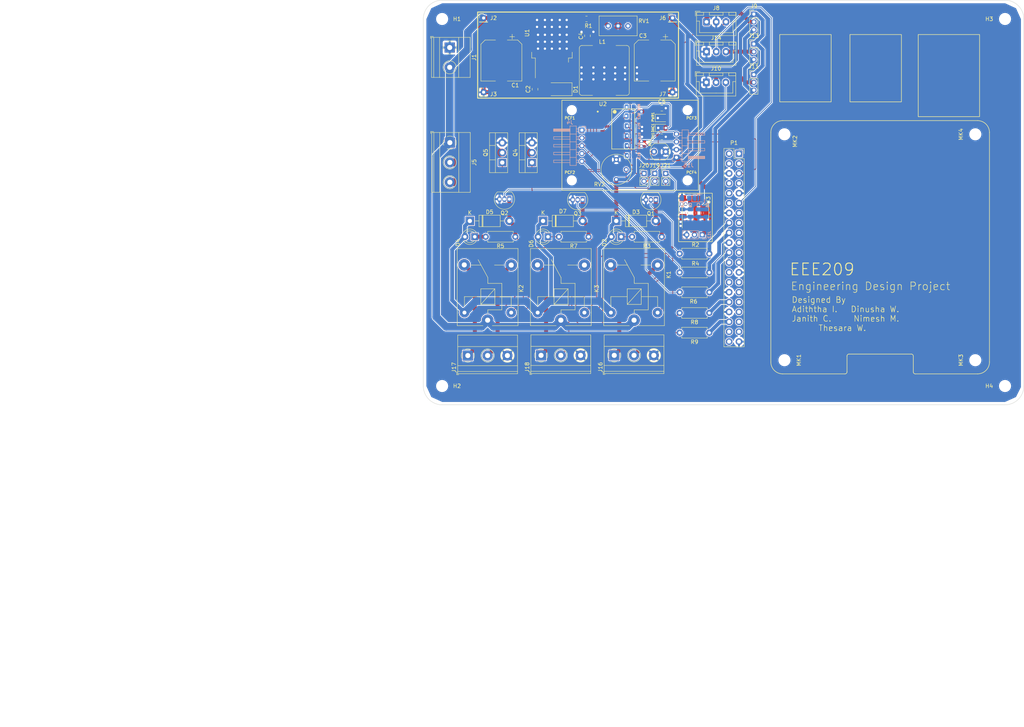
<source format=kicad_pcb>
(kicad_pcb (version 20211014) (generator pcbnew)
  (title_block (title "Green House Controller Raspberry Pi HAT") (date "15 nov 2012") (rev "v02") (company "Sri Lanka Technological Campus") (comment 1 "Designed by JC") (comment 3 "Engineering Design Project") (comment 4 "EEE209"))
  (layers (0 "F.Cu" signal) (31 "B.Cu" signal) (34 "B.Paste" user) (35 "F.Paste" user) (36 "B.SilkS" user "B.Silkscreen") (37 "F.SilkS" user "F.Silkscreen") (38 "B.Mask" user) (39 "F.Mask" user) (44 "Edge.Cuts" user))
  (net 0 "")
  (net 1 "+12V")
  (net 2 "+5V")
  (net 3 "GND")
  (net 4 "/ID_SD")
  (net 5 "/ID_SC")
  (net 6 "/GPIO5")
  (net 7 "/GPIO6")
  (net 8 "/GPIO26")
  (net 9 "/GPIO2(SDA1)")
  (net 10 "/GPIO3(SCL1)")
  (net 11 "/GPIO4(GCLK)")
  (net 12 "/GPIO14(TXD0)")
  (net 13 "/GPIO15(RXD0)")
  (net 14 "/GPIO17(GEN0)")
  (net 15 "/GPIO27(GEN2)")
  (net 16 "/GPIO22(GEN3)")
  (net 17 "/GPIO23(GEN4)")
  (net 18 "/GPIO24(GEN5)")
  (net 19 "/GPIO25(GEN6)")
  (net 20 "/GPIO18(GEN1)(PWM0)")
  (net 21 "/GPIO10(SPI0_MOSI)")
  (net 22 "/GPIO9(SPI0_MISO)")
  (net 23 "/GPIO11(SPI0_SCK)")
  (net 24 "/GPIO8(SPI0_CE_N)")
  (net 25 "/GPIO7(SPI1_CE_N)")
  (net 26 "/GPIO12(PWM0)")
  (net 27 "/GPIO13(PWM1)")
  (net 28 "/GPIO19(SPI1_MISO)")
  (net 29 "/GPIO16")
  (net 30 "/GPIO20(SPI1_MOSI)")
  (net 31 "/GPIO21(SPI1_SCK)")
  (net 32 "Net-(D1-Pad1)")
  (net 33 "+3.3VA")
  (net 34 "+5VA")
  (net 35 "Net-(R1-Pad1)")
  (net 37 "Net-(D2-Pad1)")
  (net 38 "Net-(D3-Pad2)")
  (net 39 "Net-(D4-Pad1)")
  (net 40 "Net-(D5-Pad2)")
  (net 41 "/5V-Relay/NC")
  (net 42 "/5V-Relay/NO")
  (net 43 "/5V-Relay1/NC")
  (net 44 "/5V-Relay1/NO")
  (net 45 "Net-(Q1-Pad2)")
  (net 46 "Net-(D6-Pad1)")
  (net 47 "Net-(Q2-Pad2)")
  (net 48 "Net-(D7-Pad2)")
  (net 49 "/LED Drive/RED_OUT")
  (net 50 "/LED Drive/BLUE_OUT")
  (net 51 "/5V-Relay2/NC")
  (net 52 "/5V-Relay2/NO")
  (net 53 "Net-(Q3-Pad2)")
  (net 54 "Net-(Q4-Pad1)")
  (net 55 "Net-(Q5-Pad1)")
  (net 56 "+3V3")
  (net 57 "/PCF8591_YL40/AOUT")
  (net 58 "/TEMT6000")
  (net 59 "/CSMS")
  (net 60 "/PCF8591_YL40/AIN2")
  (net 61 "/PCF8591_YL40/AIN3")
  (net 62 "Net-(J8-Pad1)")
  (net 63 "Net-(J10-Pad2)")
  (net 64 "Net-(J19-Pad2)")
  (net 65 "Net-(DAC1-Pad2)")
  (net 66 "Net-(PWR1-Pad2)")
  (net 67 "Net-(D8-Pad1)")
  (net 68 "Net-(J20-Pad2)")
  (net 69 "Net-(J13-Pad2)")
  (net 70 "Net-(J21-Pad2)")
  (footprint "MountingHole:MountingHole_2.7mm_M2.5" (layer "F.Cu") (at 225.9 180.172 -90)
    (fp_text reference "MK1")
    (fp_text value "M2.5")
  )
  (footprint "MountingHole:MountingHole_2.7mm_M2.5" (layer "F.Cu") (at 225.9 122.172 -90)
    (fp_text reference "MK2")
    (fp_text value "M2.5")
  )
  (footprint "MountingHole:MountingHole_2.7mm_M2.5" (layer "F.Cu") (at 274.9 180.172 90)
    (fp_text reference "MK3")
    (fp_text value "M2.5")
  )
  (footprint "MountingHole:MountingHole_2.7mm_M2.5" (layer "F.Cu") (at 274.9 122.172 90)
    (fp_text reference "MK4")
    (fp_text value "M2.5")
  )
  (footprint "LED_THT:LED_D3.0mm" (layer "F.Cu") (at 183.983 148.476 180)
    (fp_text reference "D2")
    (fp_text value "LED")
  )
  (footprint "Connector_JST:JST_XH_B3B-XH-A_1x03_P2.50mm_Vertical" (layer "F.Cu") (at 205.842 108.835)
    (fp_text reference "J10")
    (fp_text value "CSMS_V1.2")
  )
  (footprint "Capacitor_SMD:C_0805_2012Metric" (layer "F.Cu") (at 194.412 115.456)
    (fp_text reference "C5")
    (fp_text value "100nF")
  )
  (footprint "Connector_JST:JST_XH_B3B-XH-A_1x03_P2.50mm_Vertical" (layer "F.Cu") (at 205.882 93.309)
    (fp_text reference "J8")
    (fp_text value "TEMT6000")
  )
  (footprint "Resistor_THT:R_Axial_DIN0207_L6.3mm_D2.5mm_P7.62mm_Horizontal" (layer "F.Cu") (at 175.596 148.476 180)
    (fp_text reference "R7")
    (fp_text value "510")
  )
  (footprint "Resistor_THT:R_Axial_DIN0207_L6.3mm_D2.5mm_P7.62mm_Horizontal" (layer "F.Cu") (at 194.392 148.476 180)
    (fp_text reference "R3")
    (fp_text value "510")
  )
  (footprint "Diode_THT:D_DO-41_SOD81_P10.16mm_Horizontal" (layer "F.Cu") (at 163.912 144.412)
    (fp_text reference "D7")
    (fp_text value "1N4007")
  )
  (footprint "Connector_PinSocket_2.54mm:PinSocket_2x20_P2.54mm_Vertical" (layer "F.Cu") (at 214.224 127.14)
    (fp_text reference "P1")
    (fp_text value "Conn_02x20_Odd_Even")
  )
  (footprint "Connector_PinHeader_2.00mm:PinHeader_1x03_P2.00mm_Vertical" (layer "F.Cu") (at 218.034 106.835)
    (fp_text reference "J11")
    (fp_text value "Conn_01x03_Male")
  )
  (footprint "Potentiometer_THT:Potentiometer_Bourns_3339P_Vertical" (layer "F.Cu") (at 182.728 128.679 180)
    (fp_text reference "RV2")
    (fp_text value "1K")
  )
  (footprint "MountingHole:MountingHole_2.7mm_M2.5" (layer "F.Cu") (at 282.53 186.8)
    (fp_text reference "H4")
    (fp_text value "MountingHole")
  )
  (footprint "TerminalBlock_Phoenix:TerminalBlock_Phoenix_MKDS-1,5-3-5.08_1x03_P5.08mm_Horizontal" (layer "F.Cu") (at 139.985 124.311 -90)
    (fp_text reference "J5")
    (fp_text value "Screw_Terminal_01x03")
  )
  (footprint "MountingHole:MountingHole_2.2mm_M2" (layer "F.Cu") (at 171.298 115.964)
    (fp_text reference "PCF1")
    (fp_text value "M2.2")
  )
  (footprint "Connector_PinHeader_2.00mm:PinHeader_1x01_P2.00mm_Vertical" (layer "F.Cu") (at 197.166 92.31)
    (fp_text reference "J6")
    (fp_text value "+OUT")
  )
  (footprint "Package_TO_SOT_SMD:TO-263-5_TabPin3" (layer "F.Cu") (at 166.197 99.634 90)
    (fp_text reference "U1")
    (fp_text value "~")
  )
  (footprint "eec:NXP_Semiconductors-SOT162-1-02_2016-0-IPC_A" (layer "F.Cu") (at 184.506 120.79)
    (fp_text reference "U2")
    (fp_text value "PCF8591" hide)
  )
  (footprint "Package_TO_SOT_SMD:SOT-223-3_TabPin2" (layer "F.Cu") (at 203.048 142.126 90)
    (fp_text reference "U3")
    (fp_text value "AMS1117")
  )
  (footprint "Relay_THT:Relay_SPDT_SANYOU_SRD_Series_Form_C" (layer "F.Cu") (at 168.484 169.9 90)
    (fp_text reference "K3")
    (fp_text value "SANYOU_SRD_Form_C")
  )
  (footprint "TerminalBlock_Phoenix:TerminalBlock_Phoenix_MKDS-1,5-3-5.08_1x03_P5.08mm_Horizontal" (layer "F.Cu") (at 144.603 178.977)
    (fp_text reference "J17")
    (fp_text value "Screw_Terminal_01x03")
  )
  (footprint "Package_TO_SOT_THT:TO-92_Inline" (layer "F.Cu") (at 192.868 138.972 180)
    (fp_text reference "Q1")
    (fp_text value "BC547")
  )
  (footprint "Capacitor_SMD:C_0805_2012Metric" (layer "F.Cu") (at 161.86 110.598 -90)
    (fp_text reference "C2")
    (fp_text value "150nF")
  )
  (footprint "LED_THT:LED_D3.0mm" (layer "F.Cu") (at 165.187 148.476 180)
    (fp_text reference "D6")
    (fp_text value "LED")
  )
  (footprint "Connector_PinHeader_2.00mm:PinHeader_1x01_P2.00mm_Vertical" (layer "F.Cu") (at 197.166 111.36)
    (fp_text reference "J7")
    (fp_text value "-OUT")
  )
  (footprint "Package_TO_SOT_THT:TO-220-3_Vertical" (layer "F.Cu") (at 153.447 129.426 90)
    (fp_text reference "Q5")
    (fp_text value "TIP120")
  )
  (footprint "Relay_THT:Relay_SPDT_SANYOU_SRD_Series_Form_C" (layer "F.Cu") (at 149.688 169.9 90)
    (fp_text reference "K2")
    (fp_text value "SANYOU_SRD_Form_C")
  )
  (footprint "Resistor_SMD:R_0805_2012Metric" (layer "F.Cu") (at 194.412 122.822)
    (fp_text reference "TH1")
    (fp_text value "Thermistor_NTC")
  )
  (footprint "Connector_PinHeader_2.00mm:PinHeader_1x01_P2.00mm_Vertical" (layer "F.Cu") (at 148.652 111.36)
    (fp_text reference "J3")
    (fp_text value "-IN")
  )
  (footprint "MountingHole:MountingHole_2.2mm_M2" (layer "F.Cu") (at 201.016 133.998)
    (fp_text reference "PCF4")
    (fp_text value "M2.2")
  )
  (footprint "MountingHole:MountingHole_2.7mm_M2.5" (layer "F.Cu") (at 282.53 92.566)
    (fp_text reference "H3")
    (fp_text value "MountingHole")
  )
  (footprint "Potentiometer_THT:Potentiometer_Bourns_3296W_Vertical" (layer "F.Cu") (at 180.646 94.342 180)
    (fp_text reference "RV1")
    (fp_text value "10K")
  )
  (footprint "Connector_PinHeader_2.00mm:PinHeader_1x02_P2.00mm_Vertical" (layer "F.Cu") (at 195.414 132.236)
    (fp_text reference "J21")
    (fp_text value "Conn_01x02_Male")
  )
  (footprint "LED_SMD:LED_0805_2012Metric" (layer "F.Cu") (at 194.412 120.536)
    (fp_text reference "DAC1")
    (fp_text value "LED")
  )
  (footprint "Resistor_THT:R_Axial_DIN0207_L6.3mm_D2.5mm_P7.62mm_Horizontal" (layer "F.Cu") (at 156.8 148.476 180)
    (fp_text reference "R5")
    (fp_text value "510")
  )
  (footprint "Diode_THT:D_DO-41_SOD81_P10.16mm_Horizontal" (layer "F.Cu") (at 145.116 144.412)
    (fp_text reference "D5")
    (fp_text value "1N4007")
  )
  (footprint "Resistor_THT:R_Axial_DIN0207_L6.3mm_D2.5mm_P7.62mm_Horizontal" (layer "F.Cu") (at 206.604 152.824 180)
    (fp_text reference "R2")
    (fp_text value "1K")
  )
  (footprint "Diode_SMD:D_SMA" (layer "F.Cu") (at 167.956 110.598 180)
    (fp_text reference "D1")
    (fp_text value "B120-E3")
  )
  (footprint "Resistor_SMD:R_0805_2012Metric" (layer "F.Cu") (at 175.068 92.564 180)
    (fp_text reference "R1")
    (fp_text value "820")
  )
  (footprint "Connector_PinHeader_2.00mm:PinHeader_1x02_P2.00mm_Vertical" (layer "F.Cu") (at 189.84 132.236)
    (fp_text reference "J20")
    (fp_text value "Conn_01x02_Male")
  )
  (footprint "Inductor_SMD:L_Bourns_SRR1260" (layer "F.Cu") (at 179.64 105.772 90)
    (fp_text reference "L1")
    (fp_text value "47uH")
  )
  (footprint "Capacitor_SMD:CP_Elec_10x10" (layer "F.Cu") (at 153.224 103.232 -90)
    (fp_text reference "C1")
    (fp_text value "330uF")
  )
  (footprint "Package_TO_SOT_THT:TO-92_Inline" (layer "F.Cu") (at 155.276 138.824 180)
    (fp_text reference "Q2")
    (fp_text value "BC547")
  )
  (footprint "Package_TO_SOT_THT:TO-220-3_Vertical" (layer "F.Cu") (at 161.067 129.426 90)
    (fp_text reference "Q4")
    (fp_text value "TIP120")
  )
  (footprint "Connector_JST:JST_XH_B3B-XH-A_1x03_P2.50mm_Vertical" (layer "F.Cu") (at 205.882 100.961)
    (fp_text reference "J14")
    (fp_text value "DHT11")
  )
  (footprint "Package_TO_SOT_THT:TO-92_Inline" (layer "F.Cu") (at 174.072 138.972 180)
    (fp_text reference "Q3")
    (fp_text value "BC547")
  )
  (footprint "MountingHole:MountingHole_2.7mm_M2.5" (layer "F.Cu") (at 138.004 186.8)
    (fp_text reference "H2")
    (fp_text value "MountingHole")
  )
  (footprint "MountingHole:MountingHole_2.7mm_M2.5" (layer "F.Cu") (at 138.004 92.566)
    (fp_text reference "H1")
    (fp_text value "MountingHole")
  )
  (footprint "Resistor_THT:R_Axial_DIN0207_L6.3mm_D2.5mm_P7.62mm_Horizontal" (layer "F.Cu") (at 206.624 162.73 180)
    (fp_text reference "R6")
    (fp_text value "1K")
  )
  (footprint "Resistor_THT:R_Axial_DIN0207_L6.3mm_D2.5mm_P7.62mm_Horizontal" (layer "F.Cu") (at 206.604 157.65 180)
    (fp_text reference "R4")
    (fp_text value "1K")
  )
  (footprint "Diode_THT:D_DO-41_SOD81_P10.16mm_Horizontal" (layer "F.Cu") (at 182.708 144.412)
    (fp_text reference "D3")
    (fp_text value "1N4007")
  )
  (footprint "Relay_THT:Relay_SPDT_SANYOU_SRD_Series_Form_C" (layer "F.Cu") (at 187.28 169.9 90)
    (fp_text reference "K1")
    (fp_text value "SANYOU_SRD_Form_C")
  )
  (footprint "TerminalBlock_Phoenix:TerminalBlock_Phoenix_MKDS-1,5-3-5.08_1x03_P5.08mm_Horizontal" (layer "F.Cu") (at 182.195 178.926)
    (fp_text reference "J16")
    (fp_text value "Screw_Terminal_01x03")
  )
  (footprint "Capacitor_SMD:C_0805_2012Metric" (layer "F.Cu") (at 175.322 96.882 90)
    (fp_text reference "C4")
    (fp_text value "150nF")
  )
  (footprint "Capacitor_SMD:CP_Elec_10x10" (layer "F.Cu") (at 192.594 103.232 -90)
    (fp_text reference "C3")
    (fp_text value "330uF")
  )
  (footprint "Resistor_THT:R_Axial_DIN0207_L6.3mm_D2.5mm_P7.62mm_Horizontal" (layer "F.Cu") (at 206.604 168.034 180)
    (fp_text reference "R8")
    (fp_text value "510")
  )
  (footprint "MountingHole:MountingHole_2.2mm_M2" (layer "F.Cu") (at 171.298 133.998)
    (fp_text reference "PCF2")
    (fp_text value "M2.2")
  )
  (footprint "TerminalBlock_Phoenix:TerminalBlock_Phoenix_MKDS-1,5-3-5.08_1x03_P5.08mm_Horizontal" (layer "F.Cu") (at 163.399 178.926)
    (fp_text reference "J18")
    (fp_text value "Screw_Terminal_01x03")
  )
  (footprint "LED_SMD:LED_0805_2012Metric" (layer "F.Cu") (at 194.412 117.996)
    (fp_text reference "PWR1")
    (fp_text value "LED")
  )
  (footprint "LED_THT:LED_D3.0mm" (layer "F.Cu") (at 146.391 148.476 180)
    (fp_text reference "D4")
    (fp_text value "LED")
  )
  (footprint "Connector_PinHeader_2.00mm:PinHeader_1x03_P2.00mm_Vertical" (layer "F.Cu") (at 218.034 98.978)
    (fp_text reference "J13")
    (fp_text value "Conn_01x03_Male")
  )
  (footprint "MountingHole:MountingHole_2.2mm_M2" (layer "F.Cu") (at 201.016 115.964)
    (fp_text reference "PCF3")
    (fp_text value "M2.2")
  )
  (footprint "OptoDevice:R_LDR_5.0x4.1mm_P3mm_Vertical" (layer "F.Cu") (at 192.404 126.632)
    (fp_text reference "R11")
    (fp_text value "A9050")
  )
  (footprint "Resistor_THT:R_Axial_DIN0207_L6.3mm_D2.5mm_P7.62mm_Horizontal" (layer "F.Cu") (at 206.604 173.114 180)
    (fp_text reference "R9")
    (fp_text value "510")
  )
  (footprint "Connector_PinHeader_2.00mm:PinHeader_1x01_P2.00mm_Vertical" (layer "F.Cu") (at 148.652 92.31)
    (fp_text reference "J2")
    (fp_text value "+IN")
  )
  (footprint "Connector_PinHeader_2.00mm:PinHeader_1x03_P2.00mm_Vertical" (layer "F.Cu") (at 218.034 91.326)
    (fp_text reference "J9")
    (fp_text value "Conn_01x03_Male")
  )
  (footprint "TerminalBlock_Phoenix:TerminalBlock_Phoenix_MKDS-1,5-2-5.08_1x02_P5.08mm_Horizontal" (layer "F.Cu") (at 139.945 99.895 -90)
    (fp_text reference "J1")
    (fp_text value "12V PWR_IN")
  )
  (footprint "Connector_PinHeader_2.00mm:PinHeader_1x02_P2.00mm_Vertical" (layer "F.Cu") (at 192.62 132.236)
    (fp_text reference "J19")
    (fp_text value "Conn_01x02_Male")
  )
  (footprint "Connector_PinHeader_2.00mm:PinHeader_1x03_P2.00mm_Vertical" (layer "B.Cu") (at 204.794 147.968 90)
    (fp_text reference "J12")
    (fp_text value "Conn_01x03_Male")
  )
  (footprint "Resistor_SMD:R_0805_2012Metric" (layer "B.Cu") (at 186.284 125.108 180)
    (fp_text reference "R10")
    (fp_text value "1K")
  )
  (footprint "Resistor_SMD:R_0805_2012Metric" (layer "B.Cu") (at 186.284 120.028 180)
    (fp_text reference "R14")
    (fp_text value "1K")
  )
  (footprint "Resistor_SMD:R_0805_2012Metric" (layer "B.Cu") (at 186.284 115.202)
    (fp_text reference "R15")
    (fp_text value "1K")
  )
  (footprint "Connector_PinHeader_2.00mm:PinHeader_1x04_P2.00mm_Horizontal" (layer "B.Cu") (at 198.17 128.108)
    (fp_text reference "J15")
    (fp_text value "Conn_01x04_Male")
  )
  (footprint "Resistor_SMD:R_0805_2012Metric" (layer "B.Cu") (at 186.284 122.568 180)
    (fp_text reference "R16")
    (fp_text value "1K")
  )
  (footprint "Resistor_SMD:R_0805_2012Metric" (layer "B.Cu") (at 186.284 127.648 180)
    (fp_text reference "R13")
    (fp_text value "10K")
  )
  (footprint "Connector_PinHeader_2.00mm:PinHeader_1x05_P2.00mm_Horizontal" (layer "B.Cu") (at 173.89 121.108 180)
    (fp_text reference "J4")
    (fp_text value "Conn_01x05_Male")
  )
  (footprint "Capacitor_SMD:C_0805_2012Metric" (layer "B.Cu") (at 201.778 142.38 -90)
    (fp_text reference "C8")
    (fp_text value "150nF")
  )
  (footprint "Capacitor_SMD:C_0805_2012Metric" (layer "B.Cu") (at 203.81 142.38 -90)
    (fp_text reference "C7")
    (fp_text value "150nF")
  )
  (footprint "Capacitor_SMD:C_0805_2012Metric" (layer "B.Cu") (at 199.746 142.38 -90)
    (fp_text reference "C9")
    (fp_text value "150nF")
  )
  (footprint "Resistor_SMD:R_0805_2012Metric" (layer "B.Cu") (at 200.508 138.57 180)
    (fp_text reference "R17")
    (fp_text value "820")
  )
  (footprint "Resistor_SMD:R_0805_2012Metric" (layer "B.Cu") (at 186.284 117.488 180)
    (fp_text reference "R12")
    (fp_text value "10K")
  )
  (footprint "Capacitor_SMD:C_0805_2012Metric" (layer "B.Cu") (at 205.842 142.38 -90)
    (fp_text reference "C6")
    (fp_text value "150nF")
  )
  (footprint "LED_SMD:LED_0805_2012Metric" (layer "B.Cu") (at 203.81 138.57)
    (fp_text reference "D8")
    (fp_text value "LED")
  )
  (gr_rect (start 198.73 137.3) (end 207.366 149.746) (layer "F.SilkS") (width 0.15) (fill none))
  (gr_arc (start 278.534 180.636) (mid 277.641261 182.791261) (end 275.486 183.684) (layer "F.SilkS") (width 0.15))
  (gr_line (start 278.534 121.708) (end 278.534 180.636) (layer "F.SilkS") (width 0.15))
  (gr_arc (start 241.958 179.112) (mid 242.10679 178.75279) (end 242.466 178.604) (layer "F.SilkS") (width 0.15))
  (gr_arc (start 259.484 183.684) (mid 259.12479 183.53521) (end 258.976 183.176) (layer "F.SilkS") (width 0.15))
  (gr_line (start 258.976 183.176) (end 258.976 179.112) (layer "F.SilkS") (width 0.15))
  (gr_rect (start 168.758 113.424) (end 203.81 136.538) (layer "F.SilkS") (width 0.15) (fill none))
  (gr_arc (start 225.448 183.684) (mid 223.292739 182.791261) (end 222.4 180.636) (layer "F.SilkS") (width 0.15))
  (gr_rect (start 198.69 112.884) (end 147.128 90.786) (layer "F.SilkS") (width 0.254) (fill none))
  (gr_arc (start 275.486 118.66) (mid 277.641261 119.552739) (end 278.534 121.708) (layer "F.SilkS") (width 0.15))
  (gr_line (start 225.448 118.66) (end 275.486 118.66) (layer "F.SilkS") (width 0.15))
  (gr_rect (start 242.72 96.562) (end 255.928 113.834) (layer "F.SilkS") (width 0.15) (fill none))
  (gr_rect (start 260.246 96.562) (end 275.994 117.644) (layer "F.SilkS") (width 0.15) (fill none))
  (gr_arc (start 241.958 183.176) (mid 241.80921 183.53521) (end 241.45 183.684) (layer "F.SilkS") (width 0.15))
  (gr_line (start 241.958 183.176) (end 241.958 179.112) (layer "F.SilkS") (width 0.15))
  (gr_line (start 222.4 121.708) (end 222.4 180.636) (layer "F.SilkS") (width 0.15))
  (gr_line (start 225.448 183.684) (end 241.45 183.684) (layer "F.SilkS") (width 0.15))
  (gr_line (start 259.484 183.684) (end 275.486 183.684) (layer "F.SilkS") (width 0.15))
  (gr_arc (start 258.468 178.604) (mid 258.82721 178.75279) (end 258.976 179.112) (layer "F.SilkS") (width 0.15))
  (gr_rect (start 224.686 96.562) (end 237.894 113.834) (layer "F.SilkS") (width 0.15) (fill none))
  (gr_arc (start 222.4 121.708) (mid 223.292739 119.552739) (end 225.448 118.66) (layer "F.SilkS") (width 0.15))
  (gr_line (start 242.466 178.604) (end 258.468 178.604) (layer "F.SilkS") (width 0.15))
  (gr_line (start 287.356 92.566) (end 287.356 186.8) (layer "Edge.Cuts") (width 0.1))
  (gr_arc (start 282.53 87.74) (mid 285.942497 89.153503) (end 287.356 92.566) (layer "Edge.Cuts") (width 0.1))
  (gr_arc (start 138.004 191.626) (mid 134.591503 190.212497) (end 133.178 186.8) (layer "Edge.Cuts") (width 0.1))
  (gr_arc (start 133.178 92.566) (mid 134.591503 89.153503) (end 138.004 87.74) (layer "Edge.Cuts") (width 0.1))
  (gr_line (start 133.178 186.8) (end 133.178 92.566) (layer "Edge.Cuts") (width 0.1))
  (gr_line (start 138.004 87.74) (end 282.53 87.74) (layer "Edge.Cuts") (width 0.1))
  (gr_arc (start 287.356 186.8) (mid 285.942497 190.212497) (end 282.53 191.626) (layer "Edge.Cuts") (width 0.1))
  (gr_line (start 282.53 191.626) (end 138.004 191.626) (layer "Edge.Cuts") (width 0.1))
  (gr_text "Engineering Design Project" (at 248.006 161.176) (layer "F.SilkS") (effects (font (size 2 2))))
  (gr_text "Designed By\nAdiththa I.   Dinusha W.   \nJanith C.     Nimesh M.   \n      Thesara W.\n" (at 227.686 168.288) (layer "F.SilkS") (effects (font (size 1.5 1.5)) (justify left)))
  (gr_text "EEE209\n" (at 235.56 156.858) (layer "F.SilkS") (effects (font (size 3 3) (thickness 0.25))))
  (via (at 199.492 140.094) (size 0.9) (drill 0.6) (layers "F.Cu" "B.Cu") (net 0))
  (via (at 200.508 140.094) (size 0.9) (drill 0.6) (layers "F.Cu" "B.Cu") (net 0))
  (segment (start 136.5 169.05) (end 139.04 171.59) (width 2) (layer "B.Cu") (net 1))
  (segment (start 185.59 171.59) (end 187.28 169.9) (width 2) (layer "B.Cu") (net 1))
  (segment (start 139.945 104.975) (end 144.628 100.292) (width 2) (layer "B.Cu") (net 1))
  (segment (start 166.794 171.59) (end 168.484 169.9) (width 2) (layer "B.Cu") (net 1))
  (segment (start 168.484 169.9) (end 170.174 171.59) (width 2) (layer "B.Cu") (net 1))
  (segment (start 148.144 171.59) (end 149.688 170.046) (width 2) (layer "B.Cu") (net 1))
  (segment (start 139.04 171.59) (end 148.144 171.59) (width 2) (layer "B.Cu") (net 1))
  (segment (start 144.628 100.292) (end 144.628 95.898) (width 2) (layer "B.Cu") (net 1))
  (segment (start 139.945 124.271) (end 139.985 124.311) (width 2) (layer "B.Cu") (net 1))
  (segment (start 144.628 95.898) (end 148.216 92.31) (width 2) (layer "B.Cu") (net 1))
  (segment (start 139.985 124.311) (end 136.5 127.796) (width 2) (layer "B.Cu") (net 1))
  (segment (start 170.174 171.59) (end 185.59 171.59) (width 2) (layer "B.Cu") (net 1))
  (segment (start 136.5 127.796) (end 136.5 169.05) (width 2) (layer "B.Cu") (net 1))
  (segment (start 139.945 104.975) (end 139.945 124.271) (width 2) (layer "B.Cu") (net 1))
  (segment (start 149.688 169.9) (end 149.688 170.046) (width 0.2) (layer "B.Cu") (net 1))
  (segment (start 148.216 92.31) (end 148.652 92.31) (width 0.2) (layer "B.Cu") (net 1))
  (segment (start 149.688 170.046) (end 151.232 171.59) (width 2) (layer "B.Cu") (net 1))
  (segment (start 151.232 171.59) (end 166.794 171.59) (width 2) (layer "B.Cu") (net 1))
  (segment (start 204.794 147.968) (end 205.334 147.428) (width 1) (layer "F.Cu") (net 2))
  (segment (start 191.872 116.98) (end 191.237 116.345) (width 1) (layer "F.Cu") (net 2))
  (segment (start 206.35 136.538) (end 206.35 139.586) (width 1) (layer "F.Cu") (net 2))
  (segment (start 205.334 145.29) (end 205.348 145.276) (width 1) (layer "F.Cu") (net 2))
  (segment (start 198.17 128.108) (end 198.17 128.358) (width 1) (layer "F.Cu") (net 2))
  (segment (start 182.708 133.779) (end 182.728 133.759) (width 1) (layer "F.Cu") (net 2))
  (segment (start 193.462 115.456) (end 193.396 115.456) (width 0.2) (layer "F.Cu") (net 2))
  (segment (start 205.334 147.428) (end 205.334 145.29) (width 1) (layer "F.Cu") (net 2))
  (segment (start 193.396 115.456) (end 191.872 116.98) (width 1) (layer "F.Cu") (net 2))
  (segment (start 182.708 144.412) (end 182.708 133.779) (width 1) (layer "F.Cu") (net 2))
  (segment (start 198.17 128.358) (end 206.35 136.538) (width 1) (layer "F.Cu") (net 2))
  (segment (start 191.872 118.504) (end 191.872 116.98) (width 1) (layer "F.Cu") (net 2))
  (segment (start 191.237 116.345) (end 189.168932 116.345) (width 1) (layer "F.Cu") (net 2))
  (segment (start 189.168932 118.885) (end 191.491 118.885) (width 1) (layer "F.Cu") (net 2))
  (segment (start 191.491 118.885) (end 191.872 118.504) (width 1) (layer "F.Cu") (net 2))
  (via (at 206.35 139.586) (size 0.9) (drill 0.6) (layers "F.Cu" "B.Cu") (net 2))
  (via (at 189.168932 116.345) (size 0.9) (drill 0.6) (layers "F.Cu" "B.Cu") (net 2))
  (segment (start 197.106 129.172) (end 198.17 128.108) (width 1) (layer "B.Cu") (net 2))
  (segment (start 162.647 150.493) (end 165.964 153.81) (width 1) (layer "B.Cu") (net 2))
  (segment (start 187.3 131.966) (end 187.3 127.7515) (width 1) (layer "B.Cu") (net 2))
  (segment (start 204.318 120.167308) (end 204.318 112.662) (width 1) (layer "B.Cu") (net 2))
  (segment (start 145.116 144.412) (end 145.116 144.432) (width 0.2) (layer "B.Cu") (net 2))
  (segment (start 187.1965 122.568) (end 187.1965 120.028) (width 1) (layer "B.Cu") (net 2))
  (segment (start 187.1965 120.028) (end 187.1965 117.488) (width 1) (layer "B.Cu") (net 2))
  (segment (start 201.74048 122.744828) (end 204.318 120.167308) (width 1) (layer "B.Cu") (net 2))
  (segment (start 201.016 96.16) (end 197.166 92.31) (width 1) (layer "B.Cu") (net 2))
  (segment (start 140.564 151.763) (end 143.851 148.476) (width 1) (layer "B.Cu") (net 2))
  (segment (start 199.54 128.108) (end 201.74048 125.90752) (width 1) (layer "B.Cu") (net 2))
  (segment (start 159.57 164.986) (end 147.168 164.986) (width 2) (layer "B.Cu") (net 2))
  (segment (start 197.166 92.31) (end 203.302 98.446) (width 1) (layer "B.Cu") (net 2))
  (segment (start 146.406 165.748) (end 147.168 164.986) (width 0.2) (layer "B.Cu") (net 2))
  (segment (start 182.708 144.412) (end 181.458 145.662) (width 1) (layer "B.Cu") (net 2))
  (segment (start 162.647 148.476) (end 162.647 150.493) (width 1) (layer "B.Cu") (net 2))
  (segment (start 140.564 164.776) (end 140.564 151.763) (width 1) (layer "B.Cu") (net 2))
  (segment (start 162.647 145.697) (end 162.647 148.476) (width 1) (layer "B.Cu") (net 2))
  (segment (start 188.57 127.648) (end 190.094 129.172) (width 1) (layer "B.Cu") (net 2))
  (segment (start 146.702 164.986) (end 143.738 167.95) (width 2) (layer "B.Cu") (net 2))
  (segment (start 181.443 145.951) (end 181.443 148.476) (width 1) (layer "B.Cu") (net 2))
  (segment (start 220.32 104.549) (end 218.034 106.835) (width 1) (layer "B.Cu") (net 2))
  (segment (start 187.1965 127.648) (end 187.1965 125.108) (width 1) (layer "B.Cu") (net 2))
  (segment (start 218.034 91.326) (end 218.796 91.326) (width 1) (layer "B.Cu") (net 2))
  (segment (start 162.534 167.95) (end 164.736 165.748) (width 2) (layer "B.Cu") (net 2))
  (segment (start 218.828 98.978) (end 220.32 100.47) (width 1) (layer "B.Cu") (net 2))
  (segment (start 145.116 144.432) (end 143.851 145.697) (width 1) (layer "B.Cu") (net 2))
  (segment (start 181.443 148.476) (end 178.366 151.553) (width 1) (layer "B.Cu") (net 2))
  (segment (start 204.318 112.662) (end 200.889 109.233) (width 1) (layer "B.Cu") (net 2))
  (segment (start 165.964 153.81) (end 165.964 164.52) (width 1) (layer "B.Cu") (net 2))
  (segment (start 178.366 151.553) (end 178.366 164.986) (width 1) (layer "B.Cu") (net 2))
  (segment (start 187.1965 127.648) (end 188.57 127.648) (width 1) (layer "B.Cu") (net 2))
  (segment (start 218.034 98.978) (end 218.828 98.978) (width 1) (layer "B.Cu") (net 2))
  (segment (start 164.736 165.748) (end 165.498 164.986) (width 2) (layer "B.Cu") (net 2))
  (segment (start 203.81 141.43) (end 205.842 141.43) (width 1) (layer "B.Cu") (net 2))
  (segment (start 198.17 128.108) (end 199.54 128.108) (width 1) (layer "B.Cu") (net 2))
  (segment (start 201.016 109.106) (end 201.016 96.16) (width 1) (layer "B.Cu") (net 2))
  (segment (start 220.32 100.47) (end 220.32 104.549) (width 1) (layer "B.Cu") (net 2))
  (segment (start 220.32 96.692) (end 218.034 98.978) (width 1) (layer "B.Cu") (net 2))
  (segment (start 205.08 104.28) (end 212.192 104.28) (width 1) (layer "B.Cu") (net 2))
  (segment (start 189.168932 116.345) (end 188.697 116.345) (width 1) (layer "B.Cu") (net 2))
  (segment (start 178.366 164.986) (end 181.33 167.95) (width 2) (layer "B.Cu") (net 2))
  (segment (start 143.738 167.95) (end 140.564 164.776) (width 1) (layer "B.Cu") (net 2))
  (segment (start 188.697 116.345) (end 187.554 117.488) (width 1) (layer "B.Cu") (net 2))
  (segment (start 220.32 92.85) (end 220.32 96.692) (width 1) (layer "B.Cu") (net 2))
  (segment (start 190.094 129.172) (end 197.106 129.172) (width 1) (layer "B.Cu") (net 2))
  (segment (start 165.964 164.52) (end 165.498 164.986) (width 0.2) (layer "B.Cu") (net 2))
  (segment (start 182.728 133.759) (end 185.507 133.759) (width 1) (layer "B.Cu") (net 2))
  (segment (start 163.912 144.432) (end 162.647 145.697) (width 1) (layer "B.Cu") (net 2))
  (segment (start 213.462 103.01) (end 213.462 95.898) (width 1) (layer "B.Cu") (net 2))
  (segment (start 187.3 127.7515) (end 187.1965 127.648) (width 1) (layer "B.Cu") (net 2))
  (segment (start 162.534 167.95) (end 159.57 164.986) (width 2) (layer "B.Cu") (net 2))
  (segment (start 203.302 102.502) (end 205.08 104.28) (width 1) (layer "B.Cu") (net 2))
  (segment (start 187.1965 125.108) (end 187.1965 122.568) (width 1) (layer "B.Cu") (net 2))
  (segment (start 203.302 98.446) (end 203.302 102.502) (width 1) (layer "B.Cu") (net 2))
  (segment (start 145.644 165.748) (end 146.406 165.748) (width 0.2) (layer "B.Cu") (net 2))
  (segment (start 212.192 104.28) (end 213.462 103.01) (width 1) (layer "B.Cu") (net 2))
  (segment (start 163.912 144.412) (end 163.912 144.432) (width 0.2) (layer "B.Cu") (net 2))
  (segment (start 181.458 145.662) (end 181.458 145.936) (width 0.2) (layer "B.Cu") (net 2))
  (segment (start 200.889 109.233) (end 201.016 109.106) (width 1) (layer "B.Cu") (net 2))
  (segment (start 185.507 133.759) (end 187.3 131.966) (width 1) (layer "B.Cu") (net 2))
  (segment (start 143.851 145.697) (end 143.851 148.476) (width 1) (layer "B.Cu") (net 2))
  (segment (start 201.74048 125.90752) (end 201.74048 122.744828) (width 1) (layer "B.Cu") (net 2))
  (segment (start 197.166 92.31) (end 197.166 92.128) (width 0.2) (layer "B.Cu") (net 2))
  (segment (start 147.168 164.986) (end 146.702 164.986) (width 2) (layer "B.Cu") (net 2))
  (segment (start 213.462 95.898) (end 218.034 91.326) (width 1) (layer "B.Cu") (net 2))
  (segment (start 187.554 117.488) (end 187.1965 117.488) (width 1) (layer "B.Cu") (net 2))
  (segment (start 165.498 164.986) (end 178.366 164.986) (width 2) (layer "B.Cu") (net 2))
  (segment (start 181.458 145.936) (end 181.443 145.951) (width 0.2) (layer "B.Cu") (net 2))
  (segment (start 218.796 91.326) (end 220.32 92.85) (width 1) (layer "B.Cu") (net 2))
  (segment (start 165.956 110.598) (end 165.006 111.548) (width 1) (layer "F.Cu") (net 3))
  (segment (start 169.892 92.564) (end 166.197 96.259) (width 0.2) (layer "F.Cu") (net 3))
  (segment (start 175.256 95.866) (end 175.322 95.932) (width 0.2) (layer "F.Cu") (net 3))
  (segment (start 179.843069 125.794069) (end 182.728 128.679) (width 0.2) (layer "F.Cu") (net 3))
  (segment (start 193.0935 120.155) (end 193.4745 120.536) (width 0.2) (layer "F.Cu") (net 3))
  (segment (start 175.322 95.932) (end 176.78 95.932) (width 1) (layer "F.Cu") (net 3))
  (segment (start 179.843069 123.965) (end 179.843069 122.695) (width 0.2) (layer "F.Cu") (net 3))
  (segment (start 193.4745 120.536) (end 193.4745 120.972) (width 0.2) (layer "F.Cu") (net 3))
  (segment (start 179.843069 125.235) (end 179.843069 125.794069) (width 0.2) (layer "F.Cu") (net 3))
  (segment (start 176.78 95.932) (end 176.846 95.866) (width 0.2) (layer "F.Cu") (net 3))
  (segment (start 179.843069 125.235) (end 179.843069 123.965) (width 0.2) (layer "F.Cu") (net 3))
  (segment (start 179.843069 122.695) (end 179.843069 121.425) (width 0.2) (layer "F.Cu") (net 3))
  (segment (start 174.1555 92.564) (end 169.892 92.564) (width 1) (layer "F.Cu") (net 3))
  (segment (start 193.4745 120.972) (end 195.3245 122.822) (width 0.2) (layer "F.Cu") (net 3))
  (segment (start 165.006 111.548) (end 161.86 111.548) (width 1) (layer "F.Cu") (net 3))
  (segment (start 173.798 95.866) (end 175.256 95.866) (width 1) (layer "F.Cu") (net 3))
  (via (at 193.4745 120.536) (size 0.9) (drill 0.6) (layers "F.Cu" "B.Cu") (net 3))
  (via (at 169.988 94.596) (size 0.9) (drill 0.6) (layers "F.Cu" "B.Cu") (net 3))
  (via (at 184.974 106.534) (size 0.9) (drill 0.6) (layers "F.Cu" "B.Cu") (net 3))
  (via (at 166.178 94.596) (size 0.9) (drill 0.6) (layers "F.Cu" "B.Cu") (net 3))
  (via (at 188.022 106.534) (size 0.9) (drill 0.6) (layers "F.Cu" "B.Cu") (net 3))
  (via (at 182.434 106.534) (size 0.9) (drill 0.6) (layers "F.Cu" "B.Cu") (net 3))
  (via (at 176.846 108.058) (size 0.9) (drill 0.6) (layers "F.Cu" "B.Cu") (net 3))
  (via (at 195.428 122.822) (size 0.9) (drill 0.6) (layers "F.Cu" "B.Cu") (net 3))
  (via (at 179.64 108.058) (size 0.9) (drill 0.6) (layers "F.Cu" "B.Cu") (net 3))
  (via (at 195.428 115.456) (size 0.9) (drill 0.6) (layers "F.Cu" "B.Cu") (net 3))
  (via (at 184.974 108.058) (size 0.9) (drill 0.6) (layers "F.Cu" "B.Cu") (net 3))
  (via (at 162.622 98.406) (size 0.9) (drill 0.6) (layers "F.Cu" "B.Cu") (net 3))
  (via (at 162.622 96.628) (size 0.9) (drill 0.6) (layers "F.Cu" "B.Cu") (net 3))
  (via (at 166.178 92.818) (size 0.9) (drill 0.6) (layers "F.Cu" "B.Cu") (net 3))
  (via (at 168.21 98.406) (size 0.9) (drill 0.6) (layers "F.Cu" "B.Cu") (net 3))
  (via (at 166.178 96.628) (size 0.9) (drill 0.6) (layers "F.Cu" "B.Cu") (net 3))
  (via (at 184.974 105.01) (size 0.9) (drill 0.6) (layers "F.Cu" "B.Cu") (net 3))
  (via (at 168.21 92.818) (size 0.9) (drill 0.6) (layers "F.Cu" "B.Cu") (net 3))
  (via (at 164.4 92.818) (size 0.9) (drill 0.6) (layers "F.Cu" "B.Cu") (net 3))
  (via (at 173.798 105.01) (size 0.9) (drill 0.6) (layers "F.Cu" "B.Cu") (net 3))
  (via (at 162.368 92.818) (size 0.9) (drill 0.6) (layers "F.Cu" "B.Cu") (net 3))
  (via (at 168.21 94.596) (size 0.9) (drill 0.6) (layers "F.Cu" "B.Cu") (net 3))
  (via (at 182.434 105.01) (size 0.9) (drill 0.6) (layers "F.Cu" "B.Cu") (net 3))
  (via (at 162.368 94.596) (size 0.9) (drill 0.6) (layers "F.Cu" "B.Cu") (net 3))
  (via (at 199.238 145.682) (size 0.9) (drill 0.6) (layers "F.Cu" "B.Cu") (net 3))
  (via (at 169.988 100.184) (size 0.9) (drill 0.6) (layers "F.Cu" "B.Cu") (net 3))
  (via (at 169.988 96.628) (size 0.9) (drill 0.6) (layers "F.Cu" "B.Cu") (net 3))
  (via (at 199.238 144.666) (size 0.9) (drill 0.6) (layers "F.Cu" "B.Cu") (net 3))
  (via (at 162.622 100.184) (size 0.9) (drill 0.6) (layers "F.Cu" "B.Cu") (net 3))
  (via (at 173.798 108.058) (size 0.9) (drill 0.6) (layers "F.Cu" "B.Cu") (net 3))
  (via (at 169.988 92.818) (size 0.9) (drill 0.6) (layers "F.Cu" "B.Cu") (net 3))
  (via (at 189.332 120.282) (size 0.9) (drill 0.6) (layers "F.Cu" "B.Cu") (net 3))
  (via (at 164.4 94.596) (size 0.9) (drill 0.6) (layers "F.Cu" "B.Cu") (net 3))
  (via (at 166.178 98.406) (size 0.9) (drill 0.6) (layers "F.Cu" "B.Cu") (net 3))
  (via (at 179.64 105.01) (size 0.9) (drill 0.6) (layers "F.Cu" "B.Cu") (net 3))
  (via (at 169.988 98.406) (size 0.9) (drill 0.6) (layers "F.Cu" "B.Cu") (net 3))
  (via (at 164.4 100.184) (size 0.9) (drill 0.6) (layers "F.Cu" "B.Cu") (net 3))
  (via (at 168.21 96.628) (size 0.9) (drill 0.6) (layers "F.Cu" "B.Cu") (net 3))
  (via (at 176.846 105.01) (size 0.9) (drill 0.6) (layers "F.Cu" "B.Cu") (net 3))
  (via (at 189.332 121.298) (size 0.9) (drill 0.6) (layers "F.Cu" "B.Cu") (net 3))
  (via (at 164.4 96.628) (size 0.9) (drill 0.6) (layers "F.Cu" "B.Cu") (net 3))
  (via (at 176.846 106.534) (size 0.9) (drill 0.6) (layers "F.Cu" "B.Cu") (net 3))
  (via (at 193.396 117.996) (size 0.9) (drill 0.6) (layers "F.Cu" "B.Cu") (net 3))
  (via (at 173.798 106.534) (size 0.9) (drill 0.6) (layers "F.Cu" "B.Cu") (net 3))
  (via (at 188.022 108.058) (size 0.9) (drill 0.6) (layers "F.Cu" "B.Cu") (net 3))
  (via (at 168.21 100.184) (size 0.9) (drill 0.6) (layers "F.Cu" "B.Cu") (net 3))
  (via (at 164.4 98.406) (size 0.9) (drill 0.6) (layers "F.Cu" "B.Cu") (net 3))
  (via (at 189.332 122.822) (size 0.9) (drill 0.6) (layers "F.Cu" "B.Cu") (net 3))
  (via (at 188.022 105.01) (size 0.9) (drill 0.6) (layers "F.Cu" "B.Cu") (net 3))
  (via (at 179.64 106.534) (size 0.9) (drill 0.6) (layers "F.Cu" "B.Cu") (net 3))
  (via (at 173.798 95.866) (size 0.9) (drill 0.6) (layers "F.Cu" "B.Cu") (net 3))
  (via (at 176.846 95.866) (size 0.9) (drill 0.6) (layers "F.Cu" "B.Cu") (net 3))
  (via (at 182.434 108.058) (size 0.9) (drill 0.6) (layers "F.Cu" "B.Cu") (net 3))
  (via (at 166.178 100.184) (size 0.9) (drill 0.6) (layers "F.Cu" "B.Cu") (net 3))
  (segment (start 217.272 128.664) (end 216.256 129.68) (width 0.2) (layer "F.Cu") (net 9))
  (segment (start 187.992006 125.235) (end 189.168932 125.235) (width 0.2) (layer "F.Cu") (net 9))
  (segment (start 184.506 123.33) (end 186.538 123.33) (width 0.2) (layer "F.Cu") (net 9))
  (segment (start 198.17 124.108) (end 216.526 124.108) (width 0.2) (layer "F.Cu") (net 9))
  (segment (start 183.998 122.822) (end 184.506 123.33) (width 0.2) (layer "F.Cu") (net 9))
  (segment (start 216.526 124.108) (end 217.272 124.854) (width 0.2) (layer "F.Cu") (net 9))
  (segment (start 217.272 124.854) (end 217.272 128.664) (width 0.2) (layer "F.Cu") (net 9))
  (segment (start 183.998 118.758) (end 183.998 122.822) (width 0.2) (layer "F.Cu") (net 9))
  (segment (start 185.268 117.488) (end 183.998 118.758) (width 0.2) (layer "F.Cu") (net 9))
  (segment (start 186.538 123.33) (end 186.538 123.780994) (width 0.2) (layer "F.Cu") (net 9))
  (segment (start 186.538 123.780994) (end 187.992006 125.235) (width 0.2) (layer "F.Cu") (net 9))
  (segment (start 216.256 129.68) (end 214.224 129.68) (width 0.2) (layer "F.Cu") (net 9))
  (via (at 189.168932 125.235) (size 0.9) (drill 0.6) (layers "F.Cu" "B.Cu") (net 9))
  (via (at 185.268 117.488) (size 0.9) (drill 0.6) (layers "F.Cu" "B.Cu") (net 9))
  (segment (start 191.602 124.108) (end 198.17 124.108) (width 0.2) (layer "B.Cu") (net 9))
  (segment (start 189.168932 125.235) (end 190.475 125.235) (width 0.2) (layer "B.Cu") (net 9))
  (segment (start 190.475 125.235) (end 191.602 124.108) (width 0.2) (layer "B.Cu") (net 9))
  (segment (start 184.506 123.838) (end 186.03 123.838) (width 0.2) (layer "F.Cu") (net 10))
  (segment (start 186.03 123.838) (end 187.3 125.108) (width 0.2) (layer "F.Cu") (net 10))
  (segment (start 217.066 122.108) (end 218.542 123.584) (width 0.2) (layer "F.Cu") (net 10))
  (segment (start 187.3 125.87) (end 187.554 126.124) (width 0.2) (layer "F.Cu") (net 10))
  (segment (start 183.998 126.124) (end 183.998 124.346) (width 0.2) (layer "F.Cu") (net 10))
  (segment (start 218.542 130.95) (end 217.272 132.22) (width 0.2) (layer "F.Cu") (net 10))
  (segment (start 187.3 125.108) (end 187.3 125.87) (width 0.2) (layer "F.Cu") (net 10))
  (segment (start 183.998 124.346) (end 184.506 123.838) (width 0.2) (layer "F.Cu") (net 10))
  (segment (start 217.272 132.22) (end 214.224 132.22) (width 0.2) (layer "F.Cu") (net 10))
  (segment (start 187.554 126.124) (end 190.348 126.124) (width 0.2) (layer "F.Cu") (net 10))
  (segment (start 191.11 125.362) (end 189.713 123.965) (width 0.2) (layer "F.Cu") (net 10))
  (segment (start 198.17 122.108) (end 217.066 122.108) (width 0.2) (layer "F.Cu") (net 10))
  (segment (start 190.348 126.124) (end 191.11 125.362) (width 0.2) (layer "F.Cu") (net 10))
  (segment (start 218.542 123.584) (end 218.542 130.95) (width 0.2) (layer "F.Cu") (net 10))
  (segment (start 185.522 127.648) (end 183.998 126.124) (width 0.2) (layer "F.Cu") (net 10))
  (segment (start 189.713 123.965) (end 189.168932 123.965) (width 0.2) (layer "F.Cu") (net 10))
  (via (at 189.168932 123.965) (size 0.9) (drill 0.6) (layers "F.Cu" "B.Cu") (net 10))
  (via (at 185.522 127.648) (size 0.9) (drill 0.6) (layers "F.Cu" "B.Cu") (net 10))
  (segment (start 194.023 121.433) (end 197.495 121.433) (width 0.2) (layer "B.Cu") (net 10))
  (segment (start 197.495 121.433) (end 198.17 122.108) (width 0.2) (layer "B.Cu") (net 10))
  (segment (start 189.425452 123.70848) (end 191.74752 123.70848) (width 0.2) (layer "B.Cu") (net 10))
  (segment (start 191.74752 123.70848) (end 194.023 121.433) (width 0.2) (layer "B.Cu") (net 10))
  (segment (start 189.168932 123.965) (end 189.425452 123.70848) (width 0.2) (layer "B.Cu") (net 10))
  (segment (start 208.382 100.961) (end 208.382 97.676) (width 0.2) (layer "B.Cu") (net 14))
  (segment (start 222.606 92.342) (end 222.606 113.932) (width 0.2) (layer "B.Cu") (net 14))
  (segment (start 216.51 89.548) (end 219.812 89.548) (width 0.2) (layer "B.Cu") (net 14))
  (segment (start 219.812 89.548) (end 222.606 92.342) (width 0.2) (layer "B.Cu") (net 14))
  (segment (start 218.542 135.522) (end 214.224 139.84) (width 0.2) (layer "B.Cu") (net 14))
  (segment (start 218.542 117.996) (end 218.542 135.522) (width 0.2) (layer "B.Cu") (net 14))
  (segment (start 208.382 97.676) (end 216.51 89.548) (width 0.2) (layer "B.Cu") (net 14))
  (segment (start 222.606 113.932) (end 218.542 117.996) (width 0.2) (layer "B.Cu") (net 14))
  (segment (start 209.144 147.714) (end 209.144 147.46) (width 1) (layer "B.Cu") (net 17))
  (segment (start 206.604 152.824) (end 206.604 150.254) (width 1) (layer "B.Cu") (net 17))
  (segment (start 209.144 147.46) (end 211.684 144.92) (width 1) (layer "B.Cu") (net 17))
  (segment (start 206.604 150.254) (end 209.144 147.714) (width 1) (layer "B.Cu") (net 17))
  (segment (start 209.144 152.794) (end 209.144 150) (width 1) (layer "B.Cu") (net 18))
  (segment (start 206.604 157.65) (end 206.604 155.334) (width 1) (layer "B.Cu") (net 18))
  (segment (start 209.144 150) (end 211.684 147.46) (width 1) (layer "B.Cu") (net 18))
  (segment (start 206.604 155.334) (end 209.144 152.794) (width 1) (layer "B.Cu") (net 18))
  (segment (start 208.89 155.334) (end 211.684 152.54) (width 1) (layer "B.Cu") (net 19))
  (segment (start 208.89 160.464) (end 208.89 155.334) (width 1) (layer "B.Cu") (net 19))
  (segment (start 206.624 162.73) (end 208.89 160.464) (width 1) (layer "B.Cu") (net 19))
  (segment (start 206.604 168.034) (end 209.398 165.24) (width 1) (layer "B.Cu") (net 26))
  (segment (start 209.398 165.24) (end 211.684 165.24) (width 1) (layer "B.Cu") (net 26))
  (segment (start 209.398 170.32) (end 206.604 173.114) (width 1) (layer "B.Cu") (net 29))
  (segment (start 211.684 170.32) (end 209.398 170.32) (width 1) (layer "B.Cu") (net 29))
  (segment (start 164.497 105.409) (end 164.497 107.647) (width 1) (layer "F.Cu") (net 32))
  (segment (start 164.497 107.647) (end 165.67 108.82) (width 1) (layer "F.Cu") (net 32))
  (segment (start 169.956 110.566) (end 169.956 110.598) (width 0.2) (layer "F.Cu") (net 32))
  (segment (start 179.616 110.598) (end 179.64 110.622) (width 0.2) (layer "F.Cu") (net 32))
  (segment (start 168.21 108.82) (end 169.956 110.566) (width 1) (layer "F.Cu") (net 32))
  (segment (start 169.956 110.598) (end 179.616 110.598) (width 1) (layer "F.Cu") (net 32))
  (segment (start 165.67 108.82) (end 168.21 108.82) (width 1) (layer "F.Cu") (net 32))
  (segment (start 174.877412 94.342) (end 175.9805 93.238912) (width 1) (layer "F.Cu") (net 35))
  (segment (start 168.718 101.962) (end 171.993022 101.962) (width 1) (layer "F.Cu") (net 35))
  (segment (start 178.868 92.564) (end 180.646 94.342) (width 1) (layer "F.Cu") (net 35))
  (segment (start 167.897 102.783) (end 168.718 101.962) (width 1) (layer "F.Cu") (net 35))
  (segment (start 171.993022 101.962) (end 172.528 101.427022) (width 1) (layer "F.Cu") (net 35))
  (segment (start 173.036 94.342) (end 174.877412 94.342) (width 1) (layer "F.Cu") (net 35))
  (segment (start 172.528 101.427022) (end 172.528 94.85) (width 1) (layer "F.Cu") (net 35))
  (segment (start 167.897 103.291) (end 167.897 102.783) (width 1) (layer "F.Cu") (net 35))
  (segment (start 175.9805 93.238912) (end 175.9805 92.564) (width 1) (layer "F.Cu") (net 35))
  (segment (start 172.528 94.85) (end 173.036 94.342) (width 1) (layer "F.Cu") (net 35))
  (segment (start 175.9805 92.564) (end 178.868 92.564) (width 1) (layer "F.Cu") (net 35))
  (segment (start 167.897 105.409) (end 167.897 103.291) (width 0.2) (layer "F.Cu") (net 35))
  (segment (start 183.983 148.476) (end 186.772 148.476) (width 0.2) (layer "F.Cu") (net 37))
  (segment (start 197.206 164.074) (end 193.33 167.95) (width 0.2) (layer "F.Cu") (net 38))
  (segment (start 194.392 145.936) (end 192.868 144.412) (width 1) (layer "F.Cu") (net 38))
  (segment (start 197.206 151.29) (end 197.206 164.074) (width 0.2) (layer "F.Cu") (net 38))
  (segment (start 192.868 144.412) (end 192.868 138.972) (width 1) (layer "F.Cu") (net 38))
  (segment (start 194.392 148.476) (end 194.392 145.936) (width 1) (layer "F.Cu") (net 38))
  (segment (start 194.392 148.476) (end 197.206 151.29) (width 0.2) (layer "F.Cu") (net 38))
  (segment (start 146.391 148.476) (end 149.18 148.476) (width 1) (layer "F.Cu") (net 39))
  (segment (start 156.8 148.476) (end 156.8 145.936) (width 1) (layer "F.Cu") (net 40))
  (segment (start 158.852 164.836) (end 155.738 167.95) (width 0.2) (layer "F.Cu") (net 40))
  (segment (start 156.8 145.936) (end 155.276 144.412) (width 1) (layer "F.Cu") (net 40))
  (segment (start 156.8 148.476) (end 158.852 150.528) (width 0.2) (layer "F.Cu") (net 40))
  (segment (start 155.276 144.412) (end 155.276 138.824) (width 1) (layer "F.Cu") (net 40))
  (segment (start 158.852 150.528) (end 158.852 164.836) (width 0.2) (layer "F.Cu") (net 40))
  (segment (start 181.28 155.7) (end 183.49 157.91) (width 1) (layer "F.Cu") (net 41))
  (segment (start 183.49 177.631) (end 182.195 178.926) (width 1) (layer "F.Cu") (net 41))
  (segment (start 183.49 157.91) (end 183.49 177.631) (width 1) (layer "F.Cu") (net 41))
  (segment (start 189.84 159.24) (end 193.33 155.75) (width 1) (layer "F.Cu") (net 42))
  (segment (start 187.275 178.926) (end 189.84 176.361) (width 1) (layer "F.Cu") (net 42))
  (segment (start 189.84 176.361) (end 189.84 159.24) (width 1) (layer "F.Cu") (net 42))
  (segment (start 143.688 155.7) (end 146.406 158.418) (width 1) (layer "F.Cu") (net 43))
  (segment (start 146.406 177.174) (end 144.603 178.977) (width 1) (layer "F.Cu") (net 43))
  (segment (start 146.406 158.418) (end 146.406 177.174) (width 1) (layer "F.Cu") (net 43))
  (segment (start 149.683 178.977) (end 152.248 176.412) (width 1) (layer "F.Cu") (net 44))
  (segment (start 152.248 159.24) (end 155.738 155.75) (width 1) (layer "F.Cu") (net 44))
  (segment (start 152.248 176.412) (end 152.248 159.24) (width 1) (layer "F.Cu") (net 44))
  (segment (start 194.666 142.126) (end 197.206 144.666) (width 0.2) (layer "B.Cu") (net 45))
  (segment (start 193.142 142.126) (end 194.666 142.126) (width 0.2) (layer "B.Cu") (net 45))
  (segment (start 191.618 140.602) (end 193.142 142.126) (width 0.2) (layer "B.Cu") (net 45))
  (segment (start 191.618 139.596022) (end 191.618 140.602) (width 0.2) (layer "B.Cu") (net 45))
  (segment (start 197.206 151.046) (end 198.984 152.824) (width 0.2) (layer "B.Cu") (net 45))
  (segment (start 197.206 144.666) (end 197.206 151.046) (width 0.2) (layer "B.Cu") (net 45))
  (segment (start 191.598 139.576022) (end 191.618 139.596022) (width 0.2) (layer "B.Cu") (net 45))
  (segment (start 191.598 138.972) (end 191.598 139.576022) (width 0.2) (layer "B.Cu") (net 45))
  (segment (start 165.187 148.476) (end 167.976 148.476) (width 0.2) (layer "F.Cu") (net 46))
  (segment (start 179.172 136.284) (end 155.042 136.284) (width 0.2) (layer "B.Cu") (net 47))
  (segment (start 154.006 137.32) (end 154.006 138.824) (width 0.2) (layer "B.Cu") (net 47))
  (segment (start 155.042 136.284) (end 154.006 137.32) (width 0.2) (layer "B.Cu") (net 47))
  (segment (start 198.984 156.096) (end 179.172 136.284) (width 0.2) (layer "B.Cu") (net 47))
  (segment (start 198.984 157.65) (end 198.984 156.096) (width 0.2) (layer "B.Cu") (net 47))
  (segment (start 175.596 148.476) (end 177.628 150.508) (width 0.2) (layer "F.Cu") (net 48))
  (segment (start 177.628 150.508) (end 177.648 150.508) (width 0.2) (layer "F.Cu") (net 48))
  (segment (start 174.072 144.412) (end 174.072 138.972) (width 1) (layer "F.Cu") (net 48))
  (segment (start 177.648 164.836) (end 174.534 167.95) (width 0.2) (layer "F.Cu") (net 48))
  (segment (start 175.596 145.936) (end 174.072 144.412) (width 1) (layer "F.Cu") (net 48))
  (segment (start 177.648 150.508) (end 177.648 164.836) (width 0.2) (layer "F.Cu") (net 48))
  (segment (start 175.596 148.476) (end 175.596 145.936) (width 1) (layer "F.Cu") (net 48))
  (segment (start 139.985 129.391) (end 143.393 129.391) (width 2) (layer "F.Cu") (net 49))
  (segment (start 150.978 121.806) (end 155.042 121.806) (width 2) (layer "F.Cu") (net 49))
  (segment (start 160.122 126.886) (end 160.376 126.886) (width 2) (layer "F.Cu") (net 49))
  (segment (start 143.393 129.391) (end 150.978 121.806) (width 2) (layer "F.Cu") (net 49))
  (segment (start 155.042 121.806) (end 160.122 126.886) (width 2) (layer "F.Cu") (net 49))
  (segment (start 160.376 126.886) (end 161.067 126.886) (width 0.2) (layer "F.Cu") (net 49))
  (segment (start 139.985 134.471) (end 143.139 134.471) (width 2) (layer "F.Cu") (net 50))
  (segment (start 150.724 126.886) (end 153.447 126.886) (width 2) (layer "F.Cu") (net 50))
  (segment (start 143.139 134.471) (end 150.724 126.886) (width 2) (layer "F.Cu") (net 50))
  (segment (start 164.694 177.631) (end 163.399 178.926) (width 1) (layer "F.Cu") (net 51))
  (segment (start 162.484 155.7) (end 164.694 157.91) (width 1) (layer "F.Cu") (net 51))
  (segment (start 164.694 157.91) (end 164.694 177.631) (width 1) (layer "F.Cu") (net 51))
  (segment (start 170.536 176.869) (end 170.536 159.748) (width 0.2) (layer "F.Cu") (net 52))
  (segment (start 170.536 159.748) (end 174.534 155.75) (width 0.2) (layer "F.Cu") (net 52))
  (segment (start 168.479 178.926) (end 170.536 176.869) (width 0.2) (layer "F.Cu") (net 52))
  (segment (start 196.22 162.73) (end 190.348 156.858) (width 0.2) (layer "B.Cu") (net 53))
  (segment (start 190.348 148.73) (end 183.236 141.618) (width 0.2) (layer "B.Cu") (net 53))
  (segment (start 190.348 156.858) (end 190.348 148.73) (width 0.2) (layer "B.Cu") (net 53))
  (segment (start 199.004 162.73) (end 196.22 162.73) (width 0.2) (layer "B.Cu") (net 53))
  (segment (start 183.236 141.618) (end 173.584 141.618) (width 0.2) (layer "B.Cu") (net 53))
  (segment (start 173.584 141.618) (end 172.802 140.836) (width 0.2) (layer "B.Cu") (net 53))
  (segment (start 172.802 140.836) (end 172.802 138.972) (width 0.2) (layer "B.Cu") (net 53))
  (segment (start 172.314 169.05) (end 173.33 170.066) (width 0.2) (layer "F.Cu") (net 54))
  (segment (start 191.364 161.684) (end 191.364 169.304) (width 0.2) (layer "F.Cu") (net 54))
  (segment (start 179.68 152.794) (end 195.682 152.794) (width 0.2) (layer "F.Cu") (net 54))
  (segment (start 195.682 152.794) (end 196.19 153.302) (width 0.2) (layer "F.Cu") (net 54))
  (segment (start 161.067 129.426) (end 161.067 136.467) (width 0.2) (layer "F.Cu") (net 54))
  (segment (start 191.872 169.812) (end 197.206 169.812) (width 0.2) (layer "F.Cu") (net 54))
  (segment (start 191.364 169.304) (end 191.872 169.812) (width 0.2) (layer "F.Cu") (net 54))
  (segment (start 177.14 161.176) (end 172.314 166.002) (width 0.2) (layer "F.Cu") (net 54))
  (segment (start 197.206 169.812) (end 198.984 168.034) (width 0.2) (layer "F.Cu") (net 54))
  (segment (start 173.33 170.066) (end 176.378 170.066) (width 0.2) (layer "F.Cu") (net 54))
  (segment (start 178.41 168.034) (end 178.41 154.064) (width 0.2) (layer "F.Cu") (net 54))
  (segment (start 177.14 152.54) (end 177.14 161.176) (width 0.2) (layer "F.Cu") (net 54))
  (segment (start 176.378 170.066) (end 178.41 168.034) (width 0.2) (layer "F.Cu") (net 54))
  (segment (start 178.41 154.064) (end 179.68 152.794) (width 0.2) (layer "F.Cu") (net 54))
  (segment (start 161.067 136.467) (end 177.14 152.54) (width 0.2) (layer "F.Cu") (net 54))
  (segment (start 196.19 153.302) (end 196.19 156.858) (width 0.2) (layer "F.Cu") (net 54))
  (segment (start 172.314 166.002) (end 172.314 169.05) (width 0.2) (layer "F.Cu") (net 54))
  (segment (start 196.19 156.858) (end 191.364 161.684) (width 0.2) (layer "F.Cu") (net 54))
  (segment (start 194.412 173.114) (end 190.964481 169.666481) (width 0.2) (layer "F.Cu") (net 55))
  (segment (start 154.788 169.812) (end 153.772 168.796) (width 0.2) (layer "F.Cu") (net 55))
  (segment (start 160.122 153.048) (end 160.122 166.51) (width 0.2) (layer "F.Cu") (net 55))
  (segment (start 176.632 153.556) (end 174.346 151.27) (width 0.2) (layer "F.Cu") (net 55))
  (segment (start 147.93 136.284) (end 153.447 130.767) (width 0.2) (layer "F.Cu") (net 55))
  (segment (start 190.964481 169.666481) (end 190.964481 160.813519) (width 0.2) (layer "F.Cu") (net 55))
  (segment (start 171.298 169.05) (end 171.298 161.938) (width 0.2) (layer "F.Cu") (net 55))
  (segment (start 179.172 171.082) (end 173.33 171.082) (width 0.2) (layer "F.Cu") (net 55))
  (segment (start 195.428 156.35) (end 195.428 153.81) (width 0.2) (layer "F.Cu") (net 55))
  (segment (start 153.447 130.767) (end 153.447 129.426) (width 0.2) (layer "F.Cu") (net 55))
  (segment (start 157.836 151.778) (end 147.93 141.872) (width 0.2) (layer "F.Cu") (net 55))
  (segment (start 156.82 169.812) (end 154.788 169.812) (width 0.2) (layer "F.Cu") (net 55))
  (segment (start 173.33 171.082) (end 171.298 169.05) (width 0.2) (layer "F.Cu") (net 55))
  (segment (start 179.172 154.572) (end 179.172 171.082) (width 0.2) (layer "F.Cu") (net 55))
  (segment (start 190.964481 160.813519) (end 195.428 156.35) (width 0.2) (layer "F.Cu") (net 55))
  (segment (start 147.93 141.872) (end 147.93 136.284) (width 0.2) (layer "F.Cu") (net 55))
  (segment (start 171.298 161.938) (end 176.632 156.604) (width 0.2) (layer "F.Cu") (net 55))
  (segment (start 157.836 162.7) (end 157.836 151.778) (width 0.2) (layer "F.Cu") (net 55))
  (segment (start 160.122 166.51) (end 156.82 169.812) (width 0.2) (layer "F.Cu") (net 55))
  (segment (start 198.984 173.114) (end 194.412 173.114) (width 0.2) (layer "F.Cu") (net 55))
  (segment (start 161.9 151.27) (end 160.122 153.048) (width 0.2) (layer "F.Cu") (net 55))
  (segment (start 153.772 168.796) (end 153.772 166.764) (width 0.2) (layer "F.Cu") (net 55))
  (segment (start 195.428 153.81) (end 179.934 153.81) (width 0.2) (layer "F.Cu") (net 55))
  (segment (start 179.934 153.81) (end 179.172 154.572) (width 0.2) (layer "F.Cu") (net 55))
  (segment (start 174.346 151.27) (end 161.9 151.27) (width 0.2) (layer "F.Cu") (net 55))
  (segment (start 176.632 156.604) (end 176.632 153.556) (width 0.2) (layer "F.Cu") (net 55))
  (segment (start 153.772 166.764) (end 157.836 162.7) (width 0.2) (layer "F.Cu") (net 55))
  (segment (start 202.794 147.968) (end 202.794 145.53) (width 1) (layer "F.Cu") (net 56))
  (segment (start 203.048 145.276) (end 203.048 138.976) (width 1) (layer "F.Cu") (net 56))
  (segment (start 202.794 145.53) (end 203.048 145.276) (width 1) (layer "F.Cu") (net 56))
  (segment (start 218.034 102.978) (end 215.748 105.264) (width 1) (layer "B.Cu") (net 56))
  (segment (start 201.778 141.43) (end 201.778 141.11) (width 0.2) (layer "B.Cu") (net 56))
  (segment (start 215.748 97.612) (end 215.748 101.486) (width 1) (layer "B.Cu") (net 56))
  (segment (start 204.7475 138.57) (end 204.7475 135.0925) (width 1) (layer "B.Cu") (net 56))
  (segment (start 217.223 110.835) (end 218.034 110.835) (width 1) (layer "B.Cu") (net 56))
  (segment (start 218.034 95.326) (end 215.748 97.612) (width 1) (layer "B.Cu") (net 56))
  (segment (start 204.7475 139.4105) (end 204.7475 138.57) (width 1) (layer "B.Cu") (net 56))
  (segment (start 199.746 141.43) (end 201.778 141.43) (width 0.2) (layer "B.Cu") (net 56))
  (segment (start 204.064 140.094) (end 204.7475 139.4105) (width 1) (layer "B.Cu") (net 56))
  (segment (start 202.794 140.094) (end 204.064 140.094) (width 1) (layer "B.Cu") (net 56))
  (segment (start 201.778 141.11) (end 202.794 140.094) (width 1) (layer "B.Cu") (net 56))
  (segment (start 208.128 131.712) (end 208.128 120.741) (width 1) (layer "B.Cu") (net 56))
  (segment (start 208.128 120.741) (end 218.034 110.835) (width 1) (layer "B.Cu") (net 56))
  (segment (start 215.748 105.264) (end 215.748 109.36) (width 1) (layer "B.Cu") (net 56))
  (segment (start 215.748 109.36) (end 217.223 110.835) (width 1) (layer "B.Cu") (net 56))
  (segment (start 217.24 102.978) (end 218.034 102.978) (width 1) (layer "B.Cu") (net 56))
  (segment (start 204.7475 135.0925) (end 208.128 131.712) (width 1) (layer "B.Cu") (net 56))
  (segment (start 215.748 101.486) (end 217.24 102.978) (width 1) (layer "B.Cu") (net 56))
  (segment (start 186.3875 116.218) (end 186.538 116.218) (width 0.2) (layer "F.Cu") (net 57))
  (segment (start 185.3715 115.202) (end 186.3875 116.218) (width 0.2) (layer "F.Cu") (net 57))
  (segment (start 186.538 116.218) (end 187.935 117.615) (width 0.2) (layer "F.Cu") (net 57))
  (segment (start 187.935 117.615) (end 189.168932 117.615) (width 0.2) (layer "F.Cu") (net 57))
  (via (at 185.3715 115.202) (size 0.9) (drill 0.6) (layers "F.Cu" "B.Cu") (net 57))
  (segment (start 179.4655 121.108) (end 185.3715 115.202) (width 0.2) (layer "B.Cu") (net 57))
  (segment (start 173.89 121.108) (end 179.4655 121.108) (width 0.2) (layer "B.Cu") (net 57))
  (segment (start 187.824 132.236) (end 189.84 132.236) (width 0.2) (layer "F.Cu") (net 58))
  (segment (start 171.298 129.934) (end 173.076 131.712) (width 0.2) (layer "F.Cu") (net 58))
  (segment (start 175.362 119.012) (end 178.029 116.345) (width 0.2) (layer "F.Cu") (net 58))
  (segment (start 183.236 131.712) (end 184.76 130.188) (width 0.2) (layer "F.Cu") (net 58))
  (segment (start 173.89 123.108) (end 175.076 123.108) (width 0.2) (layer "F.Cu") (net 58))
  (segment (start 172.79 123.108) (end 171.298 124.6) (width 0.2) (layer "F.Cu") (net 58))
  (segment (start 175.362 122.822) (end 175.362 119.012) (width 0.2) (layer "F.Cu") (net 58))
  (segment (start 173.076 131.712) (end 183.236 131.712) (width 0.2) (layer "F.Cu") (net 58))
  (segment (start 199.238 113.678) (end 199.492 113.424) (width 0.2) (layer "F.Cu") (net 58))
  (segment (start 185.776 130.188) (end 187.824 132.236) (width 0.2) (layer "F.Cu") (net 58))
  (segment (start 199.492 113.424) (end 199.492 99.454) (width 0.2) (layer "F.Cu") (net 58))
  (segment (start 202.54 96.406) (end 207.785 96.406) (width 0.2) (layer "F.Cu") (net 58))
  (segment (start 207.785 96.406) (end 210.882 93.309) (width 0.2) (layer "F.Cu") (net 58))
  (segment (start 175.076 123.108) (end 175.362 122.822) (width 0.2) (layer "F.Cu") (net 58))
  (segment (start 178.029 116.345) (end 179.843069 116.345) (width 0.2) (layer "F.Cu") (net 58))
  (segment (start 179.843069 116.345) (end 181.077 116.345) (width 0.2) (layer "F.Cu") (net 58))
  (segment (start 173.89 123.108) (end 172.79 123.108) (width 0.2) (layer "F.Cu") (net 58))
  (segment (start 171.298 124.6) (end 171.298 129.934) (width 0.2) (layer "F.Cu") (net 58))
  (segment (start 183.744 113.678) (end 199.238 113.678) (width 0.2) (layer "F.Cu") (net 58))
  (segment (start 181.077 116.345) (end 183.744 113.678) (width 0.2) (layer "F.Cu") (net 58))
  (segment (start 199.492 99.454) (end 202.54 96.406) (width 0.2) (layer "F.Cu") (net 58))
  (segment (start 184.76 130.188) (end 185.776 130.188) (width 0.2) (layer "F.Cu") (net 58))
  (segment (start 173.133006 131.204) (end 182.982 131.204) (width 0.2) (layer "F.Cu") (net 59))
  (segment (start 185.776 129.68) (end 186.284 129.68) (width 0.2) (layer "F.Cu") (net 59))
  (segment (start 186.284 129.68) (end 187.554 130.95) (width 0.2) (layer "F.Cu") (net 59))
  (segment (start 171.806 129.876994) (end 173.104503 131.175497) (width 0.2) (layer "F.Cu") (net 59))
  (segment (start 173.89 125.108) (end 172.568 125.108) (width 0.2) (layer "F.Cu") (net 59))
  (segment (start 173.104503 131.175497) (end 173.133006 131.204) (width 0.2) (layer "F.Cu") (net 59))
  (segment (start 173.89 125.108) (end 175.108 125.108) (width 0.2) (layer "F.Cu") (net 59))
  (segment (start 175.108 125.108) (end 176.124 124.092) (width 0.2) (layer "F.Cu") (net 59))
  (segment (start 184.506 129.68) (end 185.776 129.68) (width 0.2) (layer "F.Cu") (net 59))
  (segment (start 178.283 117.615) (end 179.843069 117.615) (width 0.2) (layer "F.Cu") (net 59))
  (segment (start 176.124 119.774) (end 178.283 117.615) (width 0.2) (layer "F.Cu") (net 59))
  (segment (start 172.568 125.108) (end 171.806 125.87) (width 0.2) (layer "F.Cu") (net 59))
  (segment (start 171.806 125.87) (end 171.806 129.426) (width 0.2) (layer "F.Cu") (net 59))
  (segment (start 176.124 124.092) (end 176.124 119.774) (width 0.2) (layer "F.Cu") (net 59))
  (segment (start 171.806 129.426) (end 171.806 129.876994) (width 0.2) (layer "F.Cu") (net 59))
  (segment (start 182.982 131.204) (end 184.506 129.68) (width 0.2) (layer "F.Cu") (net 59))
  (segment (start 180.95 134.76) (end 181.458 134.76) (width 0.2) (layer "B.Cu") (net 59))
  (segment (start 178.156 129.374) (end 178.156 131.966) (width 0.2) (layer "B.Cu") (net 59))
  (segment (start 192.62 131.726) (end 193.65 130.696) (width 0.2) (layer "B.Cu") (net 59))
  (segment (start 181.458 134.76) (end 182.728 136.03) (width 0.2) (layer "B.Cu") (net 59))
  (segment (start 204.064 126.632) (end 204.064 122.568) (width 0.2) (layer "B.Cu") (net 59))
  (segment (start 191.11 135.522) (end 191.11 133.49) (width 0.2) (layer "B.Cu") (net 59))
  (segment (start 192.62 132.236) (end 192.62 131.726) (width 0.2) (layer "B.Cu") (net 59))
  (segment (start 192.364 132.236) (end 192.62 132.236) (width 0.2) (layer "B.Cu") (net 59))
  (segment (start 178.156 131.966) (end 180.95 134.76) (width 0.2) (layer "B.Cu") (net 59))
  (segment (start 204.064 122.568) (end 210.842 115.79) (width 0.2) (layer "B.Cu") (net 59))
  (segment (start 200 130.696) (end 204.064 126.632) (width 0.2) (layer "B.Cu") (net 59))
  (segment (start 182.728 136.03) (end 190.602 136.03) (width 0.2) (layer "B.Cu") (net 59))
  (segment (start 191.11 133.49) (end 192.364 132.236) (width 0.2) (layer "B.Cu") (net 59))
  (segment (start 210.842 115.79) (end 210.842 108.835) (width 0.2) (layer "B.Cu") (net 59))
  (segment (start 173.89 125.108) (end 178.156 129.374) (width 0.2) (layer "B.Cu") (net 59))
  (segment (start 190.602 136.03) (end 191.11 135.522) (width 0.2) (layer "B.Cu") (net 59))
  (segment (start 193.65 130.696) (end 200 130.696) (width 0.2) (layer "B.Cu") (net 59))
  (segment (start 173.89 127.108) (end 175.14 127.108) (width 0.2) (layer "F.Cu") (net 60))
  (segment (start 176.886 125.362) (end 176.886 120.282) (width 0.2) (layer "F.Cu") (net 60))
  (segment (start 176.886 120.282) (end 178.283 118.885) (width 0.2) (layer "F.Cu") (net 60))
  (segment (start 178.283 118.885) (end 179.843069 118.885) (width 0.2) (layer "F.Cu") (net 60))
  (segment (start 175.14 127.108) (end 176.886 125.362) (width 0.2) (layer "F.Cu") (net 60))
  (segment (start 173.89 129.108) (end 174.918 129.108) (width 0.2) (layer "F.Cu") (net 61))
  (segment (start 177.648 126.378) (end 177.648 120.79) (width 0.2) (layer "F.Cu") (net 61))
  (segment (start 178.283 120.155) (end 179.843069 120.155) (width 0.2) (layer "F.Cu") (net 61))
  (segment (start 177.648 120.79) (end 178.283 120.155) (width 0.2) (layer "F.Cu") (net 61))
  (segment (start 174.918 129.108) (end 177.648 126.378) (width 0.2) (layer "F.Cu") (net 61))
  (segment (start 197.968 136.284) (end 197.46 136.792) (width 0.2) (layer "B.Cu") (net 61))
  (segment (start 195.952 132.236) (end 197.968 134.252) (width 0.2) (layer "B.Cu") (net 61))
  (segment (start 181.574 136.792) (end 173.89 129.108) (width 0.2) (layer "B.Cu") (net 61))
  (segment (start 197.46 136.792) (end 181.574 136.792) (width 0.2) (layer "B.Cu") (net 61))
  (segment (start 197.968 134.252) (end 197.968 136.284) (width 0.2) (layer "B.Cu") (net 61))
  (segment (start 195.414 132.236) (end 195.952 132.236) (width 0.2) (layer "B.Cu") (net 61))
  (segment (start 205.882 92.302) (end 205.882 92.81) (width 1) (layer "F.Cu") (net 62))
  (segment (start 205.882 92.81) (end 205.882 93.309) (width 0.2) (layer "F.Cu") (net 62))
  (segment (start 216.986 93.326) (end 214.732 91.072) (width 1) (layer "F.Cu") (net 62))
  (segment (start 207.112 91.072) (end 205.882 92.302) (width 1) (layer "F.Cu") (net 62))
  (segment (start 214.732 91.072) (end 207.112 91.072) (width 1) (layer "F.Cu") (net 62))
  (segment (start 218.034 93.326) (end 216.986 93.326) (width 1) (layer "F.Cu") (net 62))
  (segment (start 213.97 106.82) (end 215.985 108.835) (width 1) (layer "F.Cu") (net 63))
  (segment (start 209.144 106.566) (end 208.342 107.368) (width 1) (layer "F.Cu") (net 63))
  (segment (start 215.985 108.835) (end 218.034 108.835) (width 1) (layer "F.Cu") (net 63))
  (segment (start 213.716 106.566) (end 209.144 106.566) (width 1) (layer "F.Cu") (net 63))
  (segment (start 208.342 107.368) (end 208.342 108.835) (width 1) (layer "F.Cu") (net 63))
  (segment (start 213.97 106.82) (end 213.716 106.566) (width 0.2) (layer "F.Cu") (net 63))
  (segment (start 193.904 132.952) (end 192.62 134.236) (width 0.2) (layer "F.Cu") (net 64))
  (segment (start 193.904 125.362) (end 193.904 132.952) (width 0.2) (layer "F.Cu") (net 64))
  (segment (start 192.7375 122.06) (end 193.4995 122.822) (width 0.2) (layer "F.Cu") (net 64))
  (segment (start 185.522 120.028) (end 187.554 122.06) (width 0.2) (layer "F.Cu") (net 64))
  (segment (start 187.554 122.06) (end 192.7375 122.06) (width 0.2) (layer "F.Cu") (net 64))
  (segment (start 193.4995 124.9575) (end 193.904 125.362) (width 0.2) (layer "F.Cu") (net 64))
  (segment (start 193.4995 122.822) (end 193.4995 124.9575) (width 0.2) (layer "F.Cu") (net 64))
  (via (at 185.522 120.028) (size 0.9) (drill 0.6) (layers "F.Cu" "B.Cu") (net 64))
  (via (at 195.428 120.536) (size 0.9) (drill 0.6) (layers "F.Cu" "B.Cu") (net 65))
  (segment (start 191.872 114.186) (end 196.19 114.186) (width 0.2) (layer "B.Cu") (net 65))
  (segment (start 191.618 114.44) (end 191.872 114.186) (width 0.2) (layer "B.Cu") (net 65))
  (segment (start 196.19 120.536) (end 195.428 120.536) (width 0.2) (layer "B.Cu") (net 65))
  (segment (start 190.856 115.202) (end 191.618 114.44) (width 0.2) (layer "B.Cu") (net 65))
  (segment (start 196.698 120.028) (end 196.19 120.536) (width 0.2) (layer "B.Cu") (net 65))
  (segment (start 196.19 114.186) (end 196.698 114.694) (width 0.2) (layer "B.Cu") (net 65))
  (segment (start 196.698 114.694) (end 196.698 120.028) (width 0.2) (layer "B.Cu") (net 65))
  (segment (start 187.1965 115.202) (end 190.856 115.202) (width 0.2) (layer "B.Cu") (net 65))
  (segment (start 184.506 119.012) (end 184.76 118.758) (width 0.2) (layer "F.Cu") (net 66))
  (segment (start 193.8255 119.52) (end 195.3495 117.996) (width 0.2) (layer "F.Cu") (net 66))
  (segment (start 184.506 121.552) (end 184.506 119.012) (width 0.2) (layer "F.Cu") (net 66))
  (segment (start 185.522 122.568) (end 184.506 121.552) (width 0.2) (layer "F.Cu") (net 66))
  (segment (start 188.040441 119.52) (end 193.8255 119.52) (width 0.2) (layer "F.Cu") (net 66))
  (segment (start 187.3 118.758) (end 187.3 118.779559) (width 0.2) (layer "F.Cu") (net 66))
  (segment (start 187.3 118.779559) (end 188.040441 119.52) (width 0.2) (layer "F.Cu") (net 66))
  (segment (start 184.76 118.758) (end 187.3 118.758) (width 0.2) (layer "F.Cu") (net 66))
  (via (at 185.522 122.568) (size 0.9) (drill 0.6) (layers "F.Cu" "B.Cu") (net 66))
  (segment (start 201.4205 138.57) (end 202.8725 138.57) (width 0.2) (layer "B.Cu") (net 67))
  (segment (start 190.618 134.236) (end 191.11 133.744) (width 0.2) (layer "F.Cu") (net 68))
  (segment (start 191.11 127.926) (end 192.404 126.632) (width 0.2) (layer "F.Cu") (net 68))
  (segment (start 187.046 126.632) (end 192.404 126.632) (width 0.2) (layer "F.Cu") (net 68))
  (segment (start 185.522 125.108) (end 187.046 126.632) (width 0.2) (layer "F.Cu") (net 68))
  (segment (start 191.11 133.744) (end 191.11 127.926) (width 0.2) (layer "F.Cu") (net 68))
  (segment (start 189.84 134.236) (end 190.618 134.236) (width 0.2) (layer "F.Cu") (net 68))
  (via (at 185.522 125.108) (size 0.9) (drill 0.6) (layers "F.Cu" "B.Cu") (net 68))
  (segment (start 218.017 100.961) (end 218.034 100.978) (width 0.2) (layer "F.Cu") (net 69))
  (segment (start 210.882 100.961) (end 218.017 100.961) (width 1) (layer "F.Cu") (net 69))
  (segment (start 185.268 133.49) (end 187.808 136.03) (width 0.2) (layer "F.Cu") (net 70))
  (segment (start 187.808 136.03) (end 194.412 136.03) (width 0.2) (layer "F.Cu") (net 70))
  (segment (start 194.412 136.03) (end 195.414 135.028) (width 0.2) (layer "F.Cu") (net 70))
  (segment (start 185.268 131.219) (end 185.268 133.49) (width 0.2) (layer "F.Cu") (net 70))
  (segment (start 195.414 135.028) (end 195.414 134.236) (width 0.2) (layer "F.Cu") (net 70))
  (zone (net 2) (net_name "+5V") (layer "F.Cu") (connect_pads (clearance 0.508)) (min_thickness 1) (fill yes (thermal_gap 0.508) (thermal_bridge_width 1) (smoothing fillet))
    (polygon (pts (xy 198.69 103.232) (xy 174.814 103.232) (xy 172.782 101.2) (xy 172.782 98.406) (xy 174.052 97.136) (xy 179.894 97.136) (xy 181.672 95.104) (xy 181.672 90.786) (xy 198.69 90.786)))
  )
  (zone (net 3) (net_name "GND") (layer "F.Cu") (connect_pads (clearance 0.508)) (min_thickness 1) (fill yes (thermal_gap 0.508) (thermal_bridge_width 1) (smoothing fillet))
    (polygon (pts (xy 174.814 91.802) (xy 174.814 93.326) (xy 176.338 94.85) (xy 177.354 94.85) (xy 177.354 96.628) (xy 173.544 96.628) (xy 172.274 97.898) (xy 172.274 102.216) (xy 174.306 104.248) (xy 198.69 104.248) (xy 198.69 112.884) (xy 147.128 112.884) (xy 147.128 103.74) (xy 152.716 103.74) (xy 159.828 110.852) (xy 163.384 110.852) (xy 165.416 108.82) (xy 165.416 102.724) (xy 156.78 94.088) (xy 156.78 90.786) (xy 173.798 90.786)))
  )
  (zone (net 2) (net_name "+5V") (layer "F.Cu") (name "GND") (connect_pads (clearance 0.3)) (min_thickness 0.254) (fill yes (thermal_gap 0.508) (thermal_bridge_width 0.508) (smoothing fillet))
    (polygon (pts (xy 207.112 146.444) (xy 204.318 146.444) (xy 204.318 140.348) (xy 205.334 140.348) (xy 205.334 138.824) (xy 207.112 138.824)))
  )
  (zone (net 1) (net_name "+12V") (layer "F.Cu") (connect_pads (clearance 0.508)) (min_thickness 1) (fill yes (thermal_gap 0.508) (thermal_bridge_width 1) (smoothing fillet))
    (polygon (pts (xy 155.764 96.882) (xy 160.59 101.708) (xy 162.114 101.708) (xy 163.638 103.232) (xy 163.638 109.836) (xy 163.13 110.344) (xy 160.336 110.344) (xy 153.224 103.232) (xy 147.128 103.232) (xy 147.128 90.786) (xy 155.764 90.786)))
  )
  (zone (net 3) (net_name "GND") (layer "F.Cu") (name "GND") (connect_pads (clearance 0.3)) (min_thickness 0.254) (fill yes (thermal_gap 0.508) (thermal_bridge_width 0.508) (smoothing fillet))
    (polygon (pts (xy 200.762 144.158) (xy 201.778 144.158) (xy 201.778 146.698) (xy 198.984 146.698) (xy 198.984 142.634) (xy 200.762 142.634)))
  )
  (zone (net 56) (net_name "+3V3") (layer "F.Cu") (name "GND") (connect_pads (clearance 0.3)) (min_thickness 0.254) (fill yes (thermal_gap 0.508) (thermal_bridge_width 0.508) (smoothing fillet))
    (polygon (pts (xy 205.08 140.094) (xy 202.794 140.094) (xy 202.794 142.38) (xy 198.984 142.38) (xy 198.984 137.808) (xy 201.016 137.808) (xy 205.08 137.808)))
  )
  (zone (net 2) (net_name "+5V") (layer "B.Cu") (name "GND") (connect_pads (clearance 0.3)) (min_thickness 0.254) (fill yes (thermal_gap 0.508) (thermal_bridge_width 0.508) (smoothing fillet))
    (polygon (pts (xy 207.112 142.38) (xy 202.794 142.38) (xy 202.794 141.11) (xy 205.588 141.11) (xy 205.588 138.824) (xy 207.112 138.824)))
  )
  (zone (net 3) (net_name "GND") (layer "B.Cu") (name "GND") (connect_pads (clearance 0.2)) (min_thickness 0.2) (fill yes (thermal_gap 0.508) (thermal_bridge_width 0.508) (smoothing fillet))
    (polygon (pts (xy 285.344 89.802) (xy 286.614 92.596) (xy 286.614 187.084) (xy 285.344 189.624) (xy 282.55 190.894) (xy 138.024 190.894) (xy 135.23 189.624) (xy 133.96 186.83) (xy 133.96 92.596) (xy 135.23 89.802) (xy 138.024 88.532) (xy 282.55 88.532)))
  )
  (zone (net 56) (net_name "+3V3") (layer "B.Cu") (name "GND") (connect_pads (clearance 0.3)) (min_thickness 0.254) (fill yes (thermal_gap 0.508) (thermal_bridge_width 0.508) (smoothing fillet))
    (polygon (pts (xy 202.794 142.38) (xy 198.984 142.38) (xy 198.984 139.586) (xy 202.794 139.586)))
  )
)
</source>
